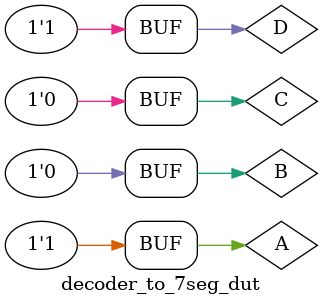
<source format=v>
module decoder_to_7seg (A, B, C, D, led_a, led_b, led_c, led_d, led_e, led_f, led_g);
  
  input A, B, C, D;
  output led_a, led_b, led_c, led_d, led_e, led_f, led_g;
  
  assign led_a = ~(A | C | B&D | ~B&~D);
  assign led_b = ~(~B | ~C&~D | C&D);
  assign led_c = ~(B | ~C | D);
  assign led_d = ~(~B&~D | C&~D | B&~C&D | ~B&C |A);
  assign led_e = ~(~B&~D | C&~D);
  assign led_f = ~(A | ~C&~D | B&~C | B&~D);
  assign led_g = ~(A | B&~C | ~B&C | C&~D);
  
endmodule

module decoder_to_7seg_dut();
  
  reg A ,B ,C, D;
  wire led_a, led_b, led_c, led_d, led_e, led_f, led_g;
  
  initial
  begin
    A=0; B=0; C=0; D=0; #100;
    A=0; B=0; C=0; D=1; #100;
    A=0; B=0; C=1; D=0; #100;
    A=0; B=0; C=1; D=1; #100;
    A=0; B=1; C=0; D=0; #100;
    A=0; B=1; C=0; D=1; #100;
    A=0; B=1; C=1; D=0; #100;
    A=0; B=1; C=1; D=1; #100;
    A=1; B=0; C=0; D=0; #100;
    A=1; B=0; C=0; D=1; #100;
  end
  
  decoder_to_7seg ss(A, B, C, D, led_a, led_b, led_c, led_d, led_e, led_f, led_g);
  
endmodule
  

</source>
